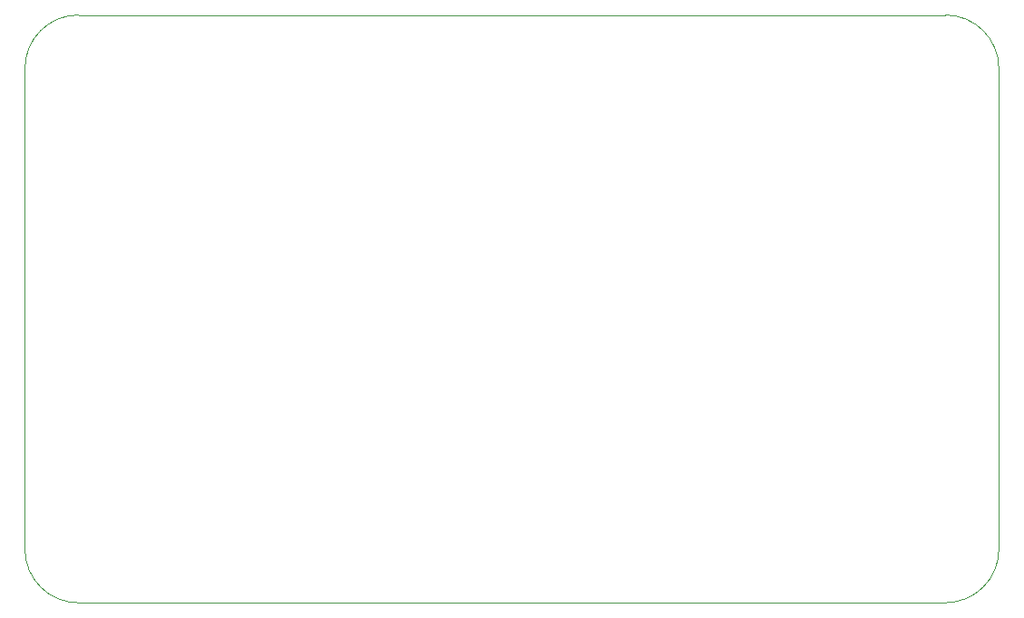
<source format=gbr>
%TF.GenerationSoftware,KiCad,Pcbnew,7.0.8*%
%TF.CreationDate,2024-02-24T16:57:54+09:00*%
%TF.ProjectId,ch552t_tinypad_board,63683535-3274-45f7-9469-6e797061645f,rev?*%
%TF.SameCoordinates,Original*%
%TF.FileFunction,Profile,NP*%
%FSLAX46Y46*%
G04 Gerber Fmt 4.6, Leading zero omitted, Abs format (unit mm)*
G04 Created by KiCad (PCBNEW 7.0.8) date 2024-02-24 16:57:54*
%MOMM*%
%LPD*%
G01*
G04 APERTURE LIST*
%TA.AperFunction,Profile*%
%ADD10C,0.100000*%
%TD*%
G04 APERTURE END LIST*
D10*
X130000000Y-36000000D02*
G75*
G03*
X125000000Y-31000000I-5000000J0D01*
G01*
X130000000Y-81000000D02*
X130000000Y-36000000D01*
X125000000Y-31000000D02*
X44000000Y-31000000D01*
X125000000Y-86000000D02*
G75*
G03*
X130000000Y-81000000I0J5000000D01*
G01*
X44000000Y-31000000D02*
G75*
G03*
X39000000Y-36000000I0J-5000000D01*
G01*
X44000000Y-86000000D02*
X125000000Y-86000000D01*
X39000000Y-81000000D02*
G75*
G03*
X44000000Y-86000000I5000000J0D01*
G01*
X39000000Y-36000000D02*
X39000000Y-81000000D01*
M02*

</source>
